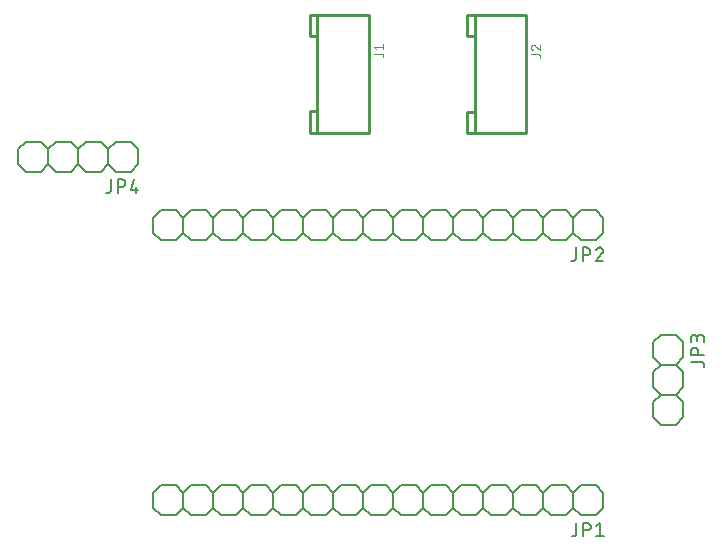
<source format=gbr>
G04 EAGLE Gerber RS-274X export*
G75*
%MOMM*%
%FSLAX34Y34*%
%LPD*%
%INSilkscreen Top*%
%IPPOS*%
%AMOC8*
5,1,8,0,0,1.08239X$1,22.5*%
G01*
%ADD10C,0.127000*%
%ADD11C,0.254000*%
%ADD12C,0.101600*%
%ADD13C,0.152400*%


D10*
X700800Y480500D02*
X680800Y480500D01*
D11*
X675800Y380500D02*
X705800Y380500D01*
X712800Y480500D02*
X668800Y480500D01*
X668800Y462500D01*
X668800Y398500D02*
X668800Y380500D01*
X712800Y380500D01*
X712800Y480500D01*
X668800Y480500D02*
X662800Y480500D01*
X662800Y462500D01*
X668800Y462500D01*
X668800Y398500D01*
X662800Y398500D01*
X662800Y380500D01*
X668800Y380500D01*
D12*
X716708Y447164D02*
X722832Y447164D01*
X722913Y447162D01*
X722993Y447157D01*
X723074Y447147D01*
X723154Y447134D01*
X723233Y447118D01*
X723311Y447097D01*
X723388Y447073D01*
X723464Y447046D01*
X723539Y447015D01*
X723612Y446981D01*
X723684Y446943D01*
X723753Y446902D01*
X723821Y446858D01*
X723887Y446811D01*
X723950Y446760D01*
X724011Y446707D01*
X724069Y446651D01*
X724125Y446593D01*
X724178Y446532D01*
X724229Y446469D01*
X724276Y446403D01*
X724320Y446335D01*
X724361Y446266D01*
X724399Y446194D01*
X724433Y446121D01*
X724464Y446046D01*
X724491Y445970D01*
X724515Y445893D01*
X724536Y445815D01*
X724552Y445736D01*
X724565Y445656D01*
X724575Y445575D01*
X724580Y445495D01*
X724582Y445414D01*
X724582Y444539D01*
X718458Y451018D02*
X716708Y453205D01*
X724582Y453205D01*
X724582Y451018D02*
X724582Y455392D01*
D10*
X813810Y480000D02*
X833810Y480000D01*
D11*
X838810Y380000D02*
X808810Y380000D01*
X801810Y480000D02*
X845810Y480000D01*
X801810Y480000D02*
X801810Y462000D01*
X801810Y398000D02*
X801810Y380000D01*
X845810Y380000D01*
X845810Y480000D01*
X801810Y480000D02*
X795810Y480000D01*
X795810Y462000D01*
X801810Y462000D01*
X801810Y398000D01*
X795810Y398000D01*
X795810Y380000D01*
X801810Y380000D01*
D12*
X849718Y446664D02*
X855842Y446664D01*
X855923Y446662D01*
X856003Y446657D01*
X856084Y446647D01*
X856164Y446634D01*
X856243Y446618D01*
X856321Y446597D01*
X856398Y446573D01*
X856474Y446546D01*
X856549Y446515D01*
X856622Y446481D01*
X856694Y446443D01*
X856763Y446402D01*
X856831Y446358D01*
X856897Y446311D01*
X856960Y446260D01*
X857021Y446207D01*
X857079Y446151D01*
X857135Y446093D01*
X857188Y446032D01*
X857239Y445969D01*
X857286Y445903D01*
X857330Y445835D01*
X857371Y445766D01*
X857409Y445694D01*
X857443Y445621D01*
X857474Y445546D01*
X857501Y445470D01*
X857525Y445393D01*
X857546Y445315D01*
X857562Y445236D01*
X857575Y445156D01*
X857585Y445075D01*
X857590Y444995D01*
X857592Y444914D01*
X857592Y444039D01*
X849718Y452924D02*
X849720Y453010D01*
X849725Y453096D01*
X849735Y453181D01*
X849748Y453266D01*
X849765Y453350D01*
X849785Y453434D01*
X849809Y453516D01*
X849837Y453597D01*
X849868Y453678D01*
X849902Y453756D01*
X849940Y453833D01*
X849982Y453909D01*
X850026Y453982D01*
X850074Y454053D01*
X850125Y454123D01*
X850179Y454190D01*
X850235Y454254D01*
X850295Y454316D01*
X850357Y454376D01*
X850421Y454432D01*
X850488Y454486D01*
X850558Y454537D01*
X850629Y454585D01*
X850703Y454629D01*
X850778Y454671D01*
X850855Y454709D01*
X850933Y454743D01*
X851014Y454774D01*
X851095Y454802D01*
X851177Y454826D01*
X851261Y454846D01*
X851345Y454863D01*
X851430Y454876D01*
X851515Y454886D01*
X851601Y454891D01*
X851687Y454893D01*
X849718Y452924D02*
X849720Y452825D01*
X849726Y452725D01*
X849736Y452627D01*
X849749Y452528D01*
X849767Y452430D01*
X849788Y452333D01*
X849813Y452237D01*
X849842Y452142D01*
X849875Y452048D01*
X849911Y451955D01*
X849951Y451864D01*
X849994Y451775D01*
X850041Y451687D01*
X850091Y451602D01*
X850145Y451518D01*
X850202Y451436D01*
X850262Y451357D01*
X850325Y451280D01*
X850391Y451206D01*
X850460Y451135D01*
X850531Y451066D01*
X850606Y451000D01*
X850683Y450937D01*
X850762Y450877D01*
X850844Y450820D01*
X850927Y450767D01*
X851013Y450716D01*
X851101Y450670D01*
X851190Y450626D01*
X851281Y450587D01*
X851374Y450550D01*
X851468Y450518D01*
X853218Y454236D02*
X853154Y454300D01*
X853088Y454361D01*
X853019Y454419D01*
X852948Y454474D01*
X852875Y454527D01*
X852799Y454576D01*
X852722Y454621D01*
X852642Y454664D01*
X852561Y454703D01*
X852478Y454738D01*
X852394Y454770D01*
X852308Y454799D01*
X852222Y454823D01*
X852134Y454844D01*
X852046Y454861D01*
X851957Y454875D01*
X851867Y454884D01*
X851777Y454890D01*
X851687Y454892D01*
X853218Y454236D02*
X857592Y450518D01*
X857592Y454892D01*
D13*
X599800Y56500D02*
X587100Y56500D01*
X580750Y62850D01*
X580750Y75550D01*
X587100Y81900D01*
X580750Y62850D02*
X574400Y56500D01*
X561700Y56500D01*
X555350Y62850D01*
X555350Y75550D01*
X561700Y81900D01*
X574400Y81900D01*
X580750Y75550D01*
X625200Y56500D02*
X631550Y62850D01*
X625200Y56500D02*
X612500Y56500D01*
X606150Y62850D01*
X606150Y75550D01*
X612500Y81900D01*
X625200Y81900D01*
X631550Y75550D01*
X606150Y62850D02*
X599800Y56500D01*
X606150Y75550D02*
X599800Y81900D01*
X587100Y81900D01*
X663300Y56500D02*
X676000Y56500D01*
X663300Y56500D02*
X656950Y62850D01*
X656950Y75550D01*
X663300Y81900D01*
X656950Y62850D02*
X650600Y56500D01*
X637900Y56500D01*
X631550Y62850D01*
X631550Y75550D01*
X637900Y81900D01*
X650600Y81900D01*
X656950Y75550D01*
X701400Y56500D02*
X707750Y62850D01*
X701400Y56500D02*
X688700Y56500D01*
X682350Y62850D01*
X682350Y75550D01*
X688700Y81900D01*
X701400Y81900D01*
X707750Y75550D01*
X682350Y62850D02*
X676000Y56500D01*
X682350Y75550D02*
X676000Y81900D01*
X663300Y81900D01*
X739500Y56500D02*
X752200Y56500D01*
X739500Y56500D02*
X733150Y62850D01*
X733150Y75550D01*
X739500Y81900D01*
X733150Y62850D02*
X726800Y56500D01*
X714100Y56500D01*
X707750Y62850D01*
X707750Y75550D01*
X714100Y81900D01*
X726800Y81900D01*
X733150Y75550D01*
X777600Y56500D02*
X783950Y62850D01*
X777600Y56500D02*
X764900Y56500D01*
X758550Y62850D01*
X758550Y75550D01*
X764900Y81900D01*
X777600Y81900D01*
X783950Y75550D01*
X758550Y62850D02*
X752200Y56500D01*
X758550Y75550D02*
X752200Y81900D01*
X739500Y81900D01*
X815700Y56500D02*
X828400Y56500D01*
X815700Y56500D02*
X809350Y62850D01*
X809350Y75550D01*
X815700Y81900D01*
X809350Y62850D02*
X803000Y56500D01*
X790300Y56500D01*
X783950Y62850D01*
X783950Y75550D01*
X790300Y81900D01*
X803000Y81900D01*
X809350Y75550D01*
X853800Y56500D02*
X860150Y62850D01*
X853800Y56500D02*
X841100Y56500D01*
X834750Y62850D01*
X834750Y75550D01*
X841100Y81900D01*
X853800Y81900D01*
X860150Y75550D01*
X834750Y62850D02*
X828400Y56500D01*
X834750Y75550D02*
X828400Y81900D01*
X815700Y81900D01*
X891900Y56500D02*
X904600Y56500D01*
X891900Y56500D02*
X885550Y62850D01*
X885550Y75550D01*
X891900Y81900D01*
X885550Y62850D02*
X879200Y56500D01*
X866500Y56500D01*
X860150Y62850D01*
X860150Y75550D01*
X866500Y81900D01*
X879200Y81900D01*
X885550Y75550D01*
X910950Y75550D02*
X910950Y62850D01*
X904600Y56500D01*
X910950Y75550D02*
X904600Y81900D01*
X891900Y81900D01*
X555350Y62850D02*
X549000Y56500D01*
X536300Y56500D01*
X529950Y62850D01*
X529950Y75550D01*
X536300Y81900D01*
X549000Y81900D01*
X555350Y75550D01*
D10*
X887888Y50277D02*
X887888Y41387D01*
X887886Y41287D01*
X887880Y41188D01*
X887870Y41088D01*
X887857Y40990D01*
X887839Y40891D01*
X887818Y40794D01*
X887793Y40698D01*
X887764Y40602D01*
X887731Y40508D01*
X887695Y40415D01*
X887655Y40324D01*
X887611Y40234D01*
X887564Y40146D01*
X887514Y40060D01*
X887460Y39976D01*
X887403Y39894D01*
X887343Y39815D01*
X887279Y39737D01*
X887213Y39663D01*
X887144Y39591D01*
X887072Y39522D01*
X886998Y39456D01*
X886920Y39392D01*
X886841Y39332D01*
X886759Y39275D01*
X886675Y39221D01*
X886589Y39171D01*
X886501Y39124D01*
X886411Y39080D01*
X886320Y39040D01*
X886227Y39004D01*
X886133Y38971D01*
X886037Y38942D01*
X885941Y38917D01*
X885844Y38896D01*
X885745Y38878D01*
X885647Y38865D01*
X885547Y38855D01*
X885448Y38849D01*
X885348Y38847D01*
X884078Y38847D01*
X893869Y38847D02*
X893869Y50277D01*
X897044Y50277D01*
X897155Y50275D01*
X897265Y50269D01*
X897376Y50260D01*
X897486Y50246D01*
X897595Y50229D01*
X897704Y50208D01*
X897812Y50183D01*
X897919Y50154D01*
X898025Y50122D01*
X898130Y50086D01*
X898233Y50046D01*
X898335Y50003D01*
X898436Y49956D01*
X898535Y49905D01*
X898632Y49852D01*
X898726Y49795D01*
X898819Y49734D01*
X898910Y49671D01*
X898999Y49604D01*
X899085Y49534D01*
X899168Y49461D01*
X899250Y49386D01*
X899328Y49308D01*
X899403Y49226D01*
X899476Y49143D01*
X899546Y49057D01*
X899613Y48968D01*
X899676Y48877D01*
X899737Y48784D01*
X899794Y48689D01*
X899847Y48593D01*
X899898Y48494D01*
X899945Y48393D01*
X899988Y48291D01*
X900028Y48188D01*
X900064Y48083D01*
X900096Y47977D01*
X900125Y47870D01*
X900150Y47762D01*
X900171Y47653D01*
X900188Y47544D01*
X900202Y47434D01*
X900211Y47323D01*
X900217Y47213D01*
X900219Y47102D01*
X900217Y46991D01*
X900211Y46881D01*
X900202Y46770D01*
X900188Y46660D01*
X900171Y46551D01*
X900150Y46442D01*
X900125Y46334D01*
X900096Y46227D01*
X900064Y46121D01*
X900028Y46016D01*
X899988Y45913D01*
X899945Y45811D01*
X899898Y45710D01*
X899847Y45611D01*
X899794Y45514D01*
X899737Y45420D01*
X899676Y45327D01*
X899613Y45236D01*
X899546Y45147D01*
X899476Y45061D01*
X899403Y44978D01*
X899328Y44896D01*
X899250Y44818D01*
X899168Y44743D01*
X899085Y44670D01*
X898999Y44600D01*
X898910Y44533D01*
X898819Y44470D01*
X898726Y44409D01*
X898632Y44352D01*
X898535Y44299D01*
X898436Y44248D01*
X898335Y44201D01*
X898233Y44158D01*
X898130Y44118D01*
X898025Y44082D01*
X897919Y44050D01*
X897812Y44021D01*
X897704Y43996D01*
X897595Y43975D01*
X897486Y43958D01*
X897376Y43944D01*
X897265Y43935D01*
X897155Y43929D01*
X897044Y43927D01*
X893869Y43927D01*
X904727Y47737D02*
X907902Y50277D01*
X907902Y38847D01*
X904727Y38847D02*
X911077Y38847D01*
D13*
X599550Y289500D02*
X586850Y289500D01*
X580500Y295850D01*
X580500Y308550D01*
X586850Y314900D01*
X580500Y295850D02*
X574150Y289500D01*
X561450Y289500D01*
X555100Y295850D01*
X555100Y308550D01*
X561450Y314900D01*
X574150Y314900D01*
X580500Y308550D01*
X624950Y289500D02*
X631300Y295850D01*
X624950Y289500D02*
X612250Y289500D01*
X605900Y295850D01*
X605900Y308550D01*
X612250Y314900D01*
X624950Y314900D01*
X631300Y308550D01*
X605900Y295850D02*
X599550Y289500D01*
X605900Y308550D02*
X599550Y314900D01*
X586850Y314900D01*
X663050Y289500D02*
X675750Y289500D01*
X663050Y289500D02*
X656700Y295850D01*
X656700Y308550D01*
X663050Y314900D01*
X656700Y295850D02*
X650350Y289500D01*
X637650Y289500D01*
X631300Y295850D01*
X631300Y308550D01*
X637650Y314900D01*
X650350Y314900D01*
X656700Y308550D01*
X701150Y289500D02*
X707500Y295850D01*
X701150Y289500D02*
X688450Y289500D01*
X682100Y295850D01*
X682100Y308550D01*
X688450Y314900D01*
X701150Y314900D01*
X707500Y308550D01*
X682100Y295850D02*
X675750Y289500D01*
X682100Y308550D02*
X675750Y314900D01*
X663050Y314900D01*
X739250Y289500D02*
X751950Y289500D01*
X739250Y289500D02*
X732900Y295850D01*
X732900Y308550D01*
X739250Y314900D01*
X732900Y295850D02*
X726550Y289500D01*
X713850Y289500D01*
X707500Y295850D01*
X707500Y308550D01*
X713850Y314900D01*
X726550Y314900D01*
X732900Y308550D01*
X777350Y289500D02*
X783700Y295850D01*
X777350Y289500D02*
X764650Y289500D01*
X758300Y295850D01*
X758300Y308550D01*
X764650Y314900D01*
X777350Y314900D01*
X783700Y308550D01*
X758300Y295850D02*
X751950Y289500D01*
X758300Y308550D02*
X751950Y314900D01*
X739250Y314900D01*
X815450Y289500D02*
X828150Y289500D01*
X815450Y289500D02*
X809100Y295850D01*
X809100Y308550D01*
X815450Y314900D01*
X809100Y295850D02*
X802750Y289500D01*
X790050Y289500D01*
X783700Y295850D01*
X783700Y308550D01*
X790050Y314900D01*
X802750Y314900D01*
X809100Y308550D01*
X853550Y289500D02*
X859900Y295850D01*
X853550Y289500D02*
X840850Y289500D01*
X834500Y295850D01*
X834500Y308550D01*
X840850Y314900D01*
X853550Y314900D01*
X859900Y308550D01*
X834500Y295850D02*
X828150Y289500D01*
X834500Y308550D02*
X828150Y314900D01*
X815450Y314900D01*
X891650Y289500D02*
X904350Y289500D01*
X891650Y289500D02*
X885300Y295850D01*
X885300Y308550D01*
X891650Y314900D01*
X885300Y295850D02*
X878950Y289500D01*
X866250Y289500D01*
X859900Y295850D01*
X859900Y308550D01*
X866250Y314900D01*
X878950Y314900D01*
X885300Y308550D01*
X910700Y308550D02*
X910700Y295850D01*
X904350Y289500D01*
X910700Y308550D02*
X904350Y314900D01*
X891650Y314900D01*
X555100Y295850D02*
X548750Y289500D01*
X536050Y289500D01*
X529700Y295850D01*
X529700Y308550D01*
X536050Y314900D01*
X548750Y314900D01*
X555100Y308550D01*
D10*
X887638Y283277D02*
X887638Y274387D01*
X887636Y274287D01*
X887630Y274188D01*
X887620Y274088D01*
X887607Y273990D01*
X887589Y273891D01*
X887568Y273794D01*
X887543Y273698D01*
X887514Y273602D01*
X887481Y273508D01*
X887445Y273415D01*
X887405Y273324D01*
X887361Y273234D01*
X887314Y273146D01*
X887264Y273060D01*
X887210Y272976D01*
X887153Y272894D01*
X887093Y272815D01*
X887029Y272737D01*
X886963Y272663D01*
X886894Y272591D01*
X886822Y272522D01*
X886748Y272456D01*
X886670Y272392D01*
X886591Y272332D01*
X886509Y272275D01*
X886425Y272221D01*
X886339Y272171D01*
X886251Y272124D01*
X886161Y272080D01*
X886070Y272040D01*
X885977Y272004D01*
X885883Y271971D01*
X885787Y271942D01*
X885691Y271917D01*
X885594Y271896D01*
X885495Y271878D01*
X885397Y271865D01*
X885297Y271855D01*
X885198Y271849D01*
X885098Y271847D01*
X883828Y271847D01*
X893619Y271847D02*
X893619Y283277D01*
X896794Y283277D01*
X896905Y283275D01*
X897015Y283269D01*
X897126Y283260D01*
X897236Y283246D01*
X897345Y283229D01*
X897454Y283208D01*
X897562Y283183D01*
X897669Y283154D01*
X897775Y283122D01*
X897880Y283086D01*
X897983Y283046D01*
X898085Y283003D01*
X898186Y282956D01*
X898285Y282905D01*
X898382Y282852D01*
X898476Y282795D01*
X898569Y282734D01*
X898660Y282671D01*
X898749Y282604D01*
X898835Y282534D01*
X898918Y282461D01*
X899000Y282386D01*
X899078Y282308D01*
X899153Y282226D01*
X899226Y282143D01*
X899296Y282057D01*
X899363Y281968D01*
X899426Y281877D01*
X899487Y281784D01*
X899544Y281689D01*
X899597Y281593D01*
X899648Y281494D01*
X899695Y281393D01*
X899738Y281291D01*
X899778Y281188D01*
X899814Y281083D01*
X899846Y280977D01*
X899875Y280870D01*
X899900Y280762D01*
X899921Y280653D01*
X899938Y280544D01*
X899952Y280434D01*
X899961Y280323D01*
X899967Y280213D01*
X899969Y280102D01*
X899967Y279991D01*
X899961Y279881D01*
X899952Y279770D01*
X899938Y279660D01*
X899921Y279551D01*
X899900Y279442D01*
X899875Y279334D01*
X899846Y279227D01*
X899814Y279121D01*
X899778Y279016D01*
X899738Y278913D01*
X899695Y278811D01*
X899648Y278710D01*
X899597Y278611D01*
X899544Y278514D01*
X899487Y278420D01*
X899426Y278327D01*
X899363Y278236D01*
X899296Y278147D01*
X899226Y278061D01*
X899153Y277978D01*
X899078Y277896D01*
X899000Y277818D01*
X898918Y277743D01*
X898835Y277670D01*
X898749Y277600D01*
X898660Y277533D01*
X898569Y277470D01*
X898476Y277409D01*
X898382Y277352D01*
X898285Y277299D01*
X898186Y277248D01*
X898085Y277201D01*
X897983Y277158D01*
X897880Y277118D01*
X897775Y277082D01*
X897669Y277050D01*
X897562Y277021D01*
X897454Y276996D01*
X897345Y276975D01*
X897236Y276958D01*
X897126Y276944D01*
X897015Y276935D01*
X896905Y276929D01*
X896794Y276927D01*
X893619Y276927D01*
X907970Y283278D02*
X908074Y283276D01*
X908179Y283270D01*
X908283Y283261D01*
X908386Y283248D01*
X908489Y283230D01*
X908591Y283210D01*
X908693Y283185D01*
X908793Y283157D01*
X908893Y283125D01*
X908991Y283089D01*
X909088Y283050D01*
X909183Y283008D01*
X909277Y282962D01*
X909369Y282912D01*
X909459Y282860D01*
X909547Y282804D01*
X909633Y282744D01*
X909717Y282682D01*
X909798Y282617D01*
X909877Y282549D01*
X909954Y282477D01*
X910027Y282404D01*
X910099Y282327D01*
X910167Y282248D01*
X910232Y282167D01*
X910294Y282083D01*
X910354Y281997D01*
X910410Y281909D01*
X910462Y281819D01*
X910512Y281727D01*
X910558Y281633D01*
X910600Y281538D01*
X910639Y281441D01*
X910675Y281343D01*
X910707Y281243D01*
X910735Y281143D01*
X910760Y281041D01*
X910780Y280939D01*
X910798Y280836D01*
X910811Y280733D01*
X910820Y280629D01*
X910826Y280524D01*
X910828Y280420D01*
X907970Y283277D02*
X907852Y283275D01*
X907733Y283269D01*
X907615Y283260D01*
X907498Y283247D01*
X907381Y283229D01*
X907264Y283209D01*
X907148Y283184D01*
X907033Y283156D01*
X906920Y283123D01*
X906807Y283088D01*
X906695Y283048D01*
X906585Y283006D01*
X906476Y282959D01*
X906368Y282909D01*
X906263Y282856D01*
X906159Y282799D01*
X906057Y282739D01*
X905957Y282676D01*
X905859Y282609D01*
X905763Y282540D01*
X905670Y282467D01*
X905579Y282391D01*
X905490Y282313D01*
X905404Y282231D01*
X905321Y282147D01*
X905240Y282061D01*
X905163Y281971D01*
X905088Y281880D01*
X905016Y281786D01*
X904947Y281689D01*
X904882Y281591D01*
X904819Y281490D01*
X904760Y281387D01*
X904704Y281283D01*
X904652Y281177D01*
X904603Y281069D01*
X904558Y280960D01*
X904516Y280849D01*
X904478Y280737D01*
X909875Y278198D02*
X909951Y278273D01*
X910026Y278352D01*
X910097Y278433D01*
X910166Y278517D01*
X910231Y278603D01*
X910293Y278691D01*
X910353Y278781D01*
X910409Y278873D01*
X910462Y278968D01*
X910511Y279064D01*
X910557Y279162D01*
X910600Y279261D01*
X910639Y279362D01*
X910674Y279464D01*
X910706Y279567D01*
X910734Y279671D01*
X910759Y279776D01*
X910780Y279883D01*
X910797Y279989D01*
X910810Y280096D01*
X910819Y280204D01*
X910825Y280312D01*
X910827Y280420D01*
X909875Y278197D02*
X904477Y271847D01*
X910827Y271847D01*
D13*
X978710Y202940D02*
X978710Y190240D01*
X972360Y183890D01*
X959660Y183890D01*
X953310Y190240D01*
X972360Y183890D02*
X978710Y177540D01*
X978710Y164840D01*
X972360Y158490D01*
X959660Y158490D01*
X953310Y164840D01*
X953310Y177540D01*
X959660Y183890D01*
X959660Y209290D02*
X972360Y209290D01*
X978710Y202940D01*
X959660Y209290D02*
X953310Y202940D01*
X953310Y190240D01*
X972360Y158490D02*
X978710Y152140D01*
X978710Y139440D01*
X972360Y133090D01*
X959660Y133090D01*
X953310Y139440D01*
X953310Y152140D01*
X959660Y158490D01*
D10*
X984933Y186228D02*
X993823Y186228D01*
X993923Y186226D01*
X994022Y186220D01*
X994122Y186210D01*
X994220Y186197D01*
X994319Y186179D01*
X994416Y186158D01*
X994512Y186133D01*
X994608Y186104D01*
X994702Y186071D01*
X994795Y186035D01*
X994886Y185995D01*
X994976Y185951D01*
X995064Y185904D01*
X995150Y185854D01*
X995234Y185800D01*
X995316Y185743D01*
X995395Y185683D01*
X995473Y185619D01*
X995547Y185553D01*
X995619Y185484D01*
X995688Y185412D01*
X995754Y185338D01*
X995818Y185260D01*
X995878Y185181D01*
X995935Y185099D01*
X995989Y185015D01*
X996039Y184929D01*
X996086Y184841D01*
X996130Y184751D01*
X996170Y184660D01*
X996206Y184567D01*
X996239Y184473D01*
X996268Y184377D01*
X996293Y184281D01*
X996314Y184184D01*
X996332Y184085D01*
X996345Y183987D01*
X996355Y183887D01*
X996361Y183788D01*
X996363Y183688D01*
X996363Y182418D01*
X996363Y192209D02*
X984933Y192209D01*
X984933Y195384D01*
X984935Y195495D01*
X984941Y195605D01*
X984950Y195716D01*
X984964Y195826D01*
X984981Y195935D01*
X985002Y196044D01*
X985027Y196152D01*
X985056Y196259D01*
X985088Y196365D01*
X985124Y196470D01*
X985164Y196573D01*
X985207Y196675D01*
X985254Y196776D01*
X985305Y196875D01*
X985358Y196972D01*
X985415Y197066D01*
X985476Y197159D01*
X985539Y197250D01*
X985606Y197339D01*
X985676Y197425D01*
X985749Y197508D01*
X985824Y197590D01*
X985902Y197668D01*
X985984Y197743D01*
X986067Y197816D01*
X986153Y197886D01*
X986242Y197953D01*
X986333Y198016D01*
X986426Y198077D01*
X986521Y198134D01*
X986617Y198187D01*
X986716Y198238D01*
X986817Y198285D01*
X986919Y198328D01*
X987022Y198368D01*
X987127Y198404D01*
X987233Y198436D01*
X987340Y198465D01*
X987448Y198490D01*
X987557Y198511D01*
X987666Y198528D01*
X987776Y198542D01*
X987887Y198551D01*
X987997Y198557D01*
X988108Y198559D01*
X988219Y198557D01*
X988329Y198551D01*
X988440Y198542D01*
X988550Y198528D01*
X988659Y198511D01*
X988768Y198490D01*
X988876Y198465D01*
X988983Y198436D01*
X989089Y198404D01*
X989194Y198368D01*
X989297Y198328D01*
X989399Y198285D01*
X989500Y198238D01*
X989599Y198187D01*
X989696Y198134D01*
X989790Y198077D01*
X989883Y198016D01*
X989974Y197953D01*
X990063Y197886D01*
X990149Y197816D01*
X990232Y197743D01*
X990314Y197668D01*
X990392Y197590D01*
X990467Y197508D01*
X990540Y197425D01*
X990610Y197339D01*
X990677Y197250D01*
X990740Y197159D01*
X990801Y197066D01*
X990858Y196972D01*
X990911Y196875D01*
X990962Y196776D01*
X991009Y196675D01*
X991052Y196573D01*
X991092Y196470D01*
X991128Y196365D01*
X991160Y196259D01*
X991189Y196152D01*
X991214Y196044D01*
X991235Y195935D01*
X991252Y195826D01*
X991266Y195716D01*
X991275Y195605D01*
X991281Y195495D01*
X991283Y195384D01*
X991283Y192209D01*
X996363Y203067D02*
X996363Y206242D01*
X996361Y206353D01*
X996355Y206463D01*
X996346Y206574D01*
X996332Y206684D01*
X996315Y206793D01*
X996294Y206902D01*
X996269Y207010D01*
X996240Y207117D01*
X996208Y207223D01*
X996172Y207328D01*
X996132Y207431D01*
X996089Y207533D01*
X996042Y207634D01*
X995991Y207733D01*
X995938Y207830D01*
X995881Y207924D01*
X995820Y208017D01*
X995757Y208108D01*
X995690Y208197D01*
X995620Y208283D01*
X995547Y208366D01*
X995472Y208448D01*
X995394Y208526D01*
X995312Y208601D01*
X995229Y208674D01*
X995143Y208744D01*
X995054Y208811D01*
X994963Y208874D01*
X994870Y208935D01*
X994776Y208992D01*
X994679Y209045D01*
X994580Y209096D01*
X994479Y209143D01*
X994377Y209186D01*
X994274Y209226D01*
X994169Y209262D01*
X994063Y209294D01*
X993956Y209323D01*
X993848Y209348D01*
X993739Y209369D01*
X993630Y209386D01*
X993520Y209400D01*
X993409Y209409D01*
X993299Y209415D01*
X993188Y209417D01*
X993077Y209415D01*
X992967Y209409D01*
X992856Y209400D01*
X992746Y209386D01*
X992637Y209369D01*
X992528Y209348D01*
X992420Y209323D01*
X992313Y209294D01*
X992207Y209262D01*
X992102Y209226D01*
X991999Y209186D01*
X991897Y209143D01*
X991796Y209096D01*
X991697Y209045D01*
X991601Y208992D01*
X991506Y208935D01*
X991413Y208874D01*
X991322Y208811D01*
X991233Y208744D01*
X991147Y208674D01*
X991064Y208601D01*
X990982Y208526D01*
X990904Y208448D01*
X990829Y208366D01*
X990756Y208283D01*
X990686Y208197D01*
X990619Y208108D01*
X990556Y208017D01*
X990495Y207924D01*
X990438Y207830D01*
X990385Y207733D01*
X990334Y207634D01*
X990287Y207533D01*
X990244Y207431D01*
X990204Y207328D01*
X990168Y207223D01*
X990136Y207117D01*
X990107Y207010D01*
X990082Y206902D01*
X990061Y206793D01*
X990044Y206684D01*
X990030Y206574D01*
X990021Y206463D01*
X990015Y206353D01*
X990013Y206242D01*
X984933Y206877D02*
X984933Y203067D01*
X984933Y206877D02*
X984935Y206977D01*
X984941Y207076D01*
X984951Y207176D01*
X984964Y207274D01*
X984982Y207373D01*
X985003Y207470D01*
X985028Y207566D01*
X985057Y207662D01*
X985090Y207756D01*
X985126Y207849D01*
X985166Y207940D01*
X985210Y208030D01*
X985257Y208118D01*
X985307Y208204D01*
X985361Y208288D01*
X985418Y208370D01*
X985478Y208449D01*
X985542Y208527D01*
X985608Y208601D01*
X985677Y208673D01*
X985749Y208742D01*
X985823Y208808D01*
X985901Y208872D01*
X985980Y208932D01*
X986062Y208989D01*
X986146Y209043D01*
X986232Y209093D01*
X986320Y209140D01*
X986410Y209184D01*
X986501Y209224D01*
X986594Y209260D01*
X986688Y209293D01*
X986784Y209322D01*
X986880Y209347D01*
X986977Y209368D01*
X987076Y209386D01*
X987174Y209399D01*
X987274Y209409D01*
X987373Y209415D01*
X987473Y209417D01*
X987573Y209415D01*
X987672Y209409D01*
X987772Y209399D01*
X987870Y209386D01*
X987969Y209368D01*
X988066Y209347D01*
X988162Y209322D01*
X988258Y209293D01*
X988352Y209260D01*
X988445Y209224D01*
X988536Y209184D01*
X988626Y209140D01*
X988714Y209093D01*
X988800Y209043D01*
X988884Y208989D01*
X988966Y208932D01*
X989045Y208872D01*
X989123Y208808D01*
X989197Y208742D01*
X989269Y208673D01*
X989338Y208601D01*
X989404Y208527D01*
X989468Y208449D01*
X989528Y208370D01*
X989585Y208288D01*
X989639Y208204D01*
X989689Y208118D01*
X989736Y208030D01*
X989780Y207940D01*
X989820Y207849D01*
X989856Y207756D01*
X989889Y207662D01*
X989918Y207566D01*
X989943Y207470D01*
X989964Y207373D01*
X989982Y207274D01*
X989995Y207176D01*
X990005Y207076D01*
X990011Y206977D01*
X990013Y206877D01*
X990013Y204337D01*
D13*
X466190Y353650D02*
X459840Y347300D01*
X447140Y347300D01*
X440790Y353650D01*
X440790Y366350D01*
X447140Y372700D01*
X459840Y372700D01*
X466190Y366350D01*
X497940Y347300D02*
X510640Y347300D01*
X497940Y347300D02*
X491590Y353650D01*
X491590Y366350D01*
X497940Y372700D01*
X491590Y353650D02*
X485240Y347300D01*
X472540Y347300D01*
X466190Y353650D01*
X466190Y366350D01*
X472540Y372700D01*
X485240Y372700D01*
X491590Y366350D01*
X516990Y366350D02*
X516990Y353650D01*
X510640Y347300D01*
X516990Y366350D02*
X510640Y372700D01*
X497940Y372700D01*
X434440Y347300D02*
X421740Y347300D01*
X415390Y353650D01*
X415390Y366350D01*
X421740Y372700D01*
X440790Y353650D02*
X434440Y347300D01*
X440790Y366350D02*
X434440Y372700D01*
X421740Y372700D01*
D10*
X493928Y341077D02*
X493928Y332187D01*
X493926Y332087D01*
X493920Y331988D01*
X493910Y331888D01*
X493897Y331790D01*
X493879Y331691D01*
X493858Y331594D01*
X493833Y331498D01*
X493804Y331402D01*
X493771Y331308D01*
X493735Y331215D01*
X493695Y331124D01*
X493651Y331034D01*
X493604Y330946D01*
X493554Y330860D01*
X493500Y330776D01*
X493443Y330694D01*
X493383Y330615D01*
X493319Y330537D01*
X493253Y330463D01*
X493184Y330391D01*
X493112Y330322D01*
X493038Y330256D01*
X492960Y330192D01*
X492881Y330132D01*
X492799Y330075D01*
X492715Y330021D01*
X492629Y329971D01*
X492541Y329924D01*
X492451Y329880D01*
X492360Y329840D01*
X492267Y329804D01*
X492173Y329771D01*
X492077Y329742D01*
X491981Y329717D01*
X491884Y329696D01*
X491785Y329678D01*
X491687Y329665D01*
X491587Y329655D01*
X491488Y329649D01*
X491388Y329647D01*
X490118Y329647D01*
X499909Y329647D02*
X499909Y341077D01*
X503084Y341077D01*
X503195Y341075D01*
X503305Y341069D01*
X503416Y341060D01*
X503526Y341046D01*
X503635Y341029D01*
X503744Y341008D01*
X503852Y340983D01*
X503959Y340954D01*
X504065Y340922D01*
X504170Y340886D01*
X504273Y340846D01*
X504375Y340803D01*
X504476Y340756D01*
X504575Y340705D01*
X504672Y340652D01*
X504766Y340595D01*
X504859Y340534D01*
X504950Y340471D01*
X505039Y340404D01*
X505125Y340334D01*
X505208Y340261D01*
X505290Y340186D01*
X505368Y340108D01*
X505443Y340026D01*
X505516Y339943D01*
X505586Y339857D01*
X505653Y339768D01*
X505716Y339677D01*
X505777Y339584D01*
X505834Y339489D01*
X505887Y339393D01*
X505938Y339294D01*
X505985Y339193D01*
X506028Y339091D01*
X506068Y338988D01*
X506104Y338883D01*
X506136Y338777D01*
X506165Y338670D01*
X506190Y338562D01*
X506211Y338453D01*
X506228Y338344D01*
X506242Y338234D01*
X506251Y338123D01*
X506257Y338013D01*
X506259Y337902D01*
X506257Y337791D01*
X506251Y337681D01*
X506242Y337570D01*
X506228Y337460D01*
X506211Y337351D01*
X506190Y337242D01*
X506165Y337134D01*
X506136Y337027D01*
X506104Y336921D01*
X506068Y336816D01*
X506028Y336713D01*
X505985Y336611D01*
X505938Y336510D01*
X505887Y336411D01*
X505834Y336314D01*
X505777Y336220D01*
X505716Y336127D01*
X505653Y336036D01*
X505586Y335947D01*
X505516Y335861D01*
X505443Y335778D01*
X505368Y335696D01*
X505290Y335618D01*
X505208Y335543D01*
X505125Y335470D01*
X505039Y335400D01*
X504950Y335333D01*
X504859Y335270D01*
X504766Y335209D01*
X504672Y335152D01*
X504575Y335099D01*
X504476Y335048D01*
X504375Y335001D01*
X504273Y334958D01*
X504170Y334918D01*
X504065Y334882D01*
X503959Y334850D01*
X503852Y334821D01*
X503744Y334796D01*
X503635Y334775D01*
X503526Y334758D01*
X503416Y334744D01*
X503305Y334735D01*
X503195Y334729D01*
X503084Y334727D01*
X499909Y334727D01*
X510767Y332187D02*
X513307Y341077D01*
X510767Y332187D02*
X517117Y332187D01*
X515212Y334727D02*
X515212Y329647D01*
M02*

</source>
